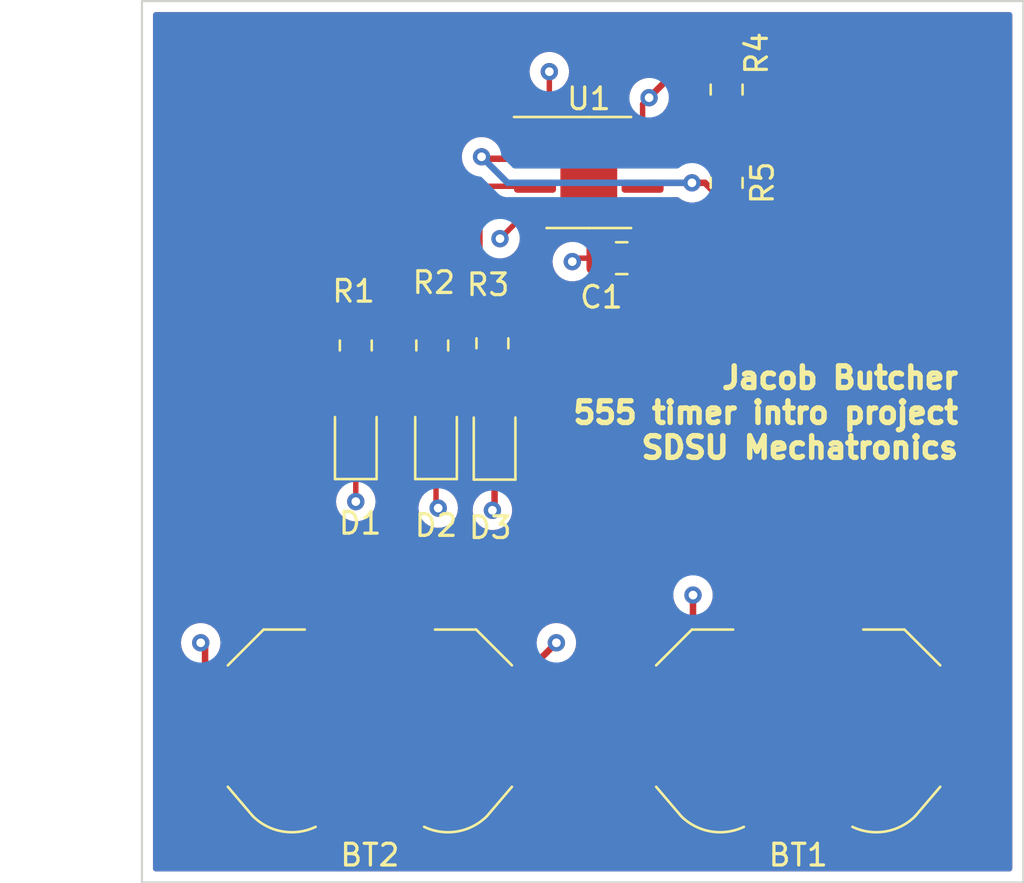
<source format=kicad_pcb>
(kicad_pcb (version 20211014) (generator pcbnew)
  (title_block (title "Intro project 555 timer") (date "2022-01-18") (rev "Rev A") (company "SDSU Mechatronics") (comment 1 "Jacob Butcher"))
  (layers (0 "F.Cu" signal) (1 "In1.Cu" power) (2 "In2.Cu" power) (31 "B.Cu" signal) (34 "B.Paste" user) (35 "F.Paste" user) (36 "B.SilkS" user "B.Silkscreen") (37 "F.SilkS" user "F.Silkscreen") (38 "B.Mask" user) (39 "F.Mask" user) (44 "Edge.Cuts" user))
  (net 0 "")
  (net 1 "Net-(C1-Pad1)")
  (net 2 "GND")
  (net 3 "Net-(D1-Pad2)")
  (net 4 "Net-(D2-Pad2)")
  (net 5 "Net-(D3-Pad2)")
  (net 6 "Net-(R1-Pad1)")
  (net 7 "Net-(BT1-Pad1)")
  (net 8 "Net-(R4-Pad2)")
  (net 9 "Net-(R5-Pad2)")
  (net 10 "VCC")
  (footprint "Resistor_SMD:R_0805_2012Metric_Pad1.20x1.40mm_HandSolder" (layer "F.Cu") (at 126.7 112.4 -90)
    (fp_text reference "R1" (at -2.5 0.1 180) (layer "F.SilkS"))
    (fp_text value "430 ohms")
    (fp_line (start -0.227064 0.735) (end 0.227064 0.735) (layer "F.SilkS") (width 0.12))
    (fp_line (start -0.227064 -0.735) (end 0.227064 -0.735) (layer "F.SilkS") (width 0.12))
    (pad "1" smd roundrect (at -1 0 270) (size 1.2 1.4) (layers "F.Cu" "F.Paste" "F.Mask") (roundrect_rratio 0.208333) (net 6 "Net-(R1-Pad1)"))
    (pad "2" smd roundrect (at 1 0 270) (size 1.2 1.4) (layers "F.Cu" "F.Paste" "F.Mask") (roundrect_rratio 0.208333) (net 3 "Net-(D1-Pad2)"))
  )
  (footprint "Resistor_SMD:R_0805_2012Metric_Pad1.20x1.40mm_HandSolder" (layer "F.Cu") (at 143.8 100.6 -90)
    (fp_text reference "R4" (at -1.67 -1.38 90) (layer "F.SilkS"))
    (fp_text value "R_Small")
    (fp_line (start -0.227064 0.735) (end 0.227064 0.735) (layer "F.SilkS") (width 0.12))
    (fp_line (start -0.227064 -0.735) (end 0.227064 -0.735) (layer "F.SilkS") (width 0.12))
    (pad "1" smd roundrect (at -1 0 270) (size 1.2 1.4) (layers "F.Cu" "F.Paste" "F.Mask") (roundrect_rratio 0.208333) (net 10 "VCC"))
    (pad "2" smd roundrect (at 1 0 270) (size 1.2 1.4) (layers "F.Cu" "F.Paste" "F.Mask") (roundrect_rratio 0.208333) (net 8 "Net-(R4-Pad2)"))
  )
  (footprint "Resistor_SMD:R_0805_2012Metric_Pad1.20x1.40mm_HandSolder" (layer "F.Cu") (at 133 112.3 -90)
    (fp_text reference "R3" (at -2.7 0.2 180) (layer "F.SilkS"))
    (fp_text value "215 Ohms")
    (fp_line (start -0.227064 0.735) (end 0.227064 0.735) (layer "F.SilkS") (width 0.12))
    (fp_line (start -0.227064 -0.735) (end 0.227064 -0.735) (layer "F.SilkS") (width 0.12))
    (pad "1" smd roundrect (at -1 0 270) (size 1.2 1.4) (layers "F.Cu" "F.Paste" "F.Mask") (roundrect_rratio 0.208333) (net 6 "Net-(R1-Pad1)"))
    (pad "2" smd roundrect (at 1 0 270) (size 1.2 1.4) (layers "F.Cu" "F.Paste" "F.Mask") (roundrect_rratio 0.208333) (net 5 "Net-(D3-Pad2)"))
  )
  (footprint "Resistor_SMD:R_0805_2012Metric_Pad1.20x1.40mm_HandSolder" (layer "F.Cu") (at 143.8 104.9 -90)
    (fp_text reference locked "R5" (at 0 -1.65 90) (layer "F.SilkS"))
    (fp_text value "R_Small")
    (fp_line (start -0.227064 -0.735) (end 0.227064 -0.735) (layer "F.SilkS") (width 0.12))
    (fp_line (start -0.227064 0.735) (end 0.227064 0.735) (layer "F.SilkS") (width 0.12))
    (pad "1" smd roundrect (at -1 0 270) (size 1.2 1.4) (layers "F.Cu" "F.Paste" "F.Mask") (roundrect_rratio 0.208333) (net 8 "Net-(R4-Pad2)"))
    (pad "2" smd roundrect (at 1 0 270) (size 1.2 1.4) (layers "F.Cu" "F.Paste" "F.Mask") (roundrect_rratio 0.208333) (net 9 "Net-(R5-Pad2)"))
  )
  (footprint "LED_SMD:LED_0805_2012Metric_Pad1.15x1.40mm_HandSolder" (layer "F.Cu") (at 133.1 116.725 90)
    (fp_text reference "D3" (at -4.075 -0.2) (layer "F.SilkS"))
    (fp_text value "LED")
    (fp_line (start -1.86 -0.96) (end -1.86 0.96) (layer "F.SilkS") (width 0.12))
    (fp_line (start -1.86 0.96) (end 1 0.96) (layer "F.SilkS") (width 0.12))
    (fp_line (start 1 -0.96) (end -1.86 -0.96) (layer "F.SilkS") (width 0.12))
    (pad "1" smd roundrect (at -1.025 0 90) (size 1.15 1.4) (layers "F.Cu" "F.Paste" "F.Mask") (roundrect_rratio 0.217391) (net 2 "GND"))
    (pad "2" smd roundrect (at 1.025 0 90) (size 1.15 1.4) (layers "F.Cu" "F.Paste" "F.Mask") (roundrect_rratio 0.217391) (net 5 "Net-(D3-Pad2)"))
  )
  (footprint "Capacitor_SMD:C_0805_2012Metric_Pad1.18x1.45mm_HandSolder" (layer "F.Cu") (at 138.9625 108.375 180)
    (fp_text reference "C1" (at 0.9375 -1.8) (layer "F.SilkS"))
    (fp_text value "C_Small")
    (fp_line (start -0.261252 0.735) (end 0.261252 0.735) (layer "F.SilkS") (width 0.12))
    (fp_line (start -0.261252 -0.735) (end 0.261252 -0.735) (layer "F.SilkS") (width 0.12))
    (pad "1" smd roundrect (at -1.0375 0 180) (size 1.175 1.45) (layers "F.Cu" "F.Paste" "F.Mask") (roundrect_rratio 0.212766) (net 1 "Net-(C1-Pad1)"))
    (pad "2" smd roundrect (at 1.0375 0 180) (size 1.175 1.45) (layers "F.Cu" "F.Paste" "F.Mask") (roundrect_rratio 0.212766) (net 2 "GND"))
  )
  (footprint "Resistor_SMD:R_0805_2012Metric_Pad1.20x1.40mm_HandSolder" (layer "F.Cu") (at 130.226246 112.4 -90)
    (fp_text reference "R2" (at -2.9 -0.073754 180) (layer "F.SilkS"))
    (fp_text value "290 Ohm")
    (fp_line (start -0.227064 -0.735) (end 0.227064 -0.735) (layer "F.SilkS") (width 0.12))
    (fp_line (start -0.227064 0.735) (end 0.227064 0.735) (layer "F.SilkS") (width 0.12))
    (pad "1" smd roundrect (at -1 0 270) (size 1.2 1.4) (layers "F.Cu" "F.Paste" "F.Mask") (roundrect_rratio 0.208333) (net 6 "Net-(R1-Pad1)"))
    (pad "2" smd roundrect (at 1 0 270) (size 1.2 1.4) (layers "F.Cu" "F.Paste" "F.Mask") (roundrect_rratio 0.208333) (net 4 "Net-(D2-Pad2)"))
  )
  (footprint "Package_SO:SOIC-8-1EP_3.9x4.9mm_P1.27mm_EP2.62x3.51mm" (layer "F.Cu") (at 137.445 104.425)
    (fp_text reference "U1" (at 0 -3.4) (layer "F.SilkS"))
    (fp_text value "LMC555xM")
    (fp_line (start 0 -2.56) (end -3.45 -2.56) (layer "F.SilkS") (width 0.12))
    (fp_line (start 0 -2.56) (end 1.95 -2.56) (layer "F.SilkS") (width 0.12))
    (fp_line (start 0 2.56) (end -1.95 2.56) (layer "F.SilkS") (width 0.12))
    (fp_line (start 0 2.56) (end 1.95 2.56) (layer "F.SilkS") (width 0.12))
    (pad "1" smd roundrect (at -2.48 -1.905) (size 1.94 0.6) (layers "F.Cu" "F.Paste" "F.Mask") (net 2 "GND"))
    (pad "2" smd roundrect (at -2.48 -0.635) (size 1.94 0.6) (layers "F.Cu" "F.Paste" "F.Mask") (net 9 "Net-(R5-Pad2)"))
    (pad "3" smd roundrect (at -2.48 0.635) (size 1.94 0.6) (layers "F.Cu" "F.Paste" "F.Mask") (net 6 "Net-(R1-Pad1)"))
    (pad "4" smd roundrect (at -2.48 1.905) (size 1.94 0.6) (layers "F.Cu" "F.Paste" "F.Mask") (net 10 "VCC"))
    (pad "5" smd roundrect (at 2.48 1.905) (size 1.94 0.6) (layers "F.Cu" "F.Paste" "F.Mask") (net 1 "Net-(C1-Pad1)"))
    (pad "6" smd roundrect (at 2.48 0.635) (size 1.94 0.6) (layers "F.Cu" "F.Paste" "F.Mask") (net 9 "Net-(R5-Pad2)"))
    (pad "7" smd roundrect (at 2.48 -0.635) (size 1.94 0.6) (layers "F.Cu" "F.Paste" "F.Mask") (net 8 "Net-(R4-Pad2)"))
    (pad "8" smd roundrect (at 2.48 -1.905) (size 1.94 0.6) (layers "F.Cu" "F.Paste" "F.Mask") (net 10 "VCC"))
    (pad "9" smd rect (at 0 0) (size 2.62 3.51) (layers "F.Cu" "F.Mask"))
  )
  (footprint "LED_SMD:LED_0805_2012Metric_Pad1.15x1.40mm_HandSolder" (layer "F.Cu") (at 130.4 116.7 90)
    (fp_text reference "D2" (at -4 0) (layer "F.SilkS"))
    (fp_text value "LED")
    (fp_line (start -1.86 -0.96) (end -1.86 0.96) (layer "F.SilkS") (width 0.12))
    (fp_line (start -1.86 0.96) (end 1 0.96) (layer "F.SilkS") (width 0.12))
    (fp_line (start 1 -0.96) (end -1.86 -0.96) (layer "F.SilkS") (width 0.12))
    (pad "1" smd roundrect (at -1.025 0 90) (size 1.15 1.4) (layers "F.Cu" "F.Paste" "F.Mask") (roundrect_rratio 0.217391) (net 2 "GND"))
    (pad "2" smd roundrect (at 1.025 0 90) (size 1.15 1.4) (layers "F.Cu" "F.Paste" "F.Mask") (roundrect_rratio 0.217391) (net 4 "Net-(D2-Pad2)"))
  )
  (footprint "Battery:BatteryHolder_LINX_BAT-HLD-012-SMT" (layer "F.Cu") (at 147.1 129.9)
    (fp_text reference "BT1" (at 0 6) (layer "F.SilkS"))
    (fp_text value "Battery_Cell")
    (fp_line (start -6.55 -2.75) (end -4.9 -4.4) (layer "F.SilkS") (width 0.12))
    (fp_line (start -6.55 2.85) (end -5.4 4.2) (layer "F.SilkS") (width 0.12))
    (fp_line (start 6.55 2.85) (end 5.4 4.2) (layer "F.SilkS") (width 0.12))
    (fp_line (start 4.9 -4.4) (end 3 -4.4) (layer "F.SilkS") (width 0.12))
    (fp_line (start 4.9 -4.4) (end 6.55 -2.75) (layer "F.SilkS") (width 0.12))
    (fp_line (start -4.9 -4.4) (end -3 -4.4) (layer "F.SilkS") (width 0.12))
    (fp_arc (start -2.504098 4.697607) (mid -4.031094 4.908816) (end -5.4 4.2) (layer "F.SilkS") (width 0.12))
    (fp_arc (start 5.4 4.2) (mid 4.029781 4.909041) (end 2.501694 4.696459) (layer "F.SilkS") (width 0.12))
    (pad "1" smd rect (at -7.6 0) (size 2.5 5.1) (layers "F.Cu" "F.Paste" "F.Mask") (net 7 "Net-(BT1-Pad1)"))
    (pad "1" smd rect (at 7.6 0) (size 2.5 5.1) (layers "F.Cu" "F.Paste" "F.Mask") (net 7 "Net-(BT1-Pad1)"))
    (pad "2" smd circle (at 0 0) (size 10.2 10.2) (layers "F.Cu" "F.Mask") (net 2 "GND"))
  )
  (footprint "Battery:BatteryHolder_LINX_BAT-HLD-012-SMT" (layer "F.Cu") (at 127.35 129.9)
    (fp_text reference "BT2" (at 0 6) (layer "F.SilkS"))
    (fp_text value "Battery_Cell")
    (fp_line (start 4.9 -4.4) (end 6.55 -2.75) (layer "F.SilkS") (width 0.12))
    (fp_line (start -6.55 -2.75) (end -4.9 -4.4) (layer "F.SilkS") (width 0.12))
    (fp_line (start 4.9 -4.4) (end 3 -4.4) (layer "F.SilkS") (width 0.12))
    (fp_line (start -6.55 2.85) (end -5.4 4.2) (layer "F.SilkS") (width 0.12))
    (fp_line (start -4.9 -4.4) (end -3 -4.4) (layer "F.SilkS") (width 0.12))
    (fp_line (start 6.55 2.85) (end 5.4 4.2) (layer "F.SilkS") (width 0.12))
    (fp_arc (start 5.4 4.2) (mid 4.029781 4.909041) (end 2.501694 4.696459) (layer "F.SilkS") (width 0.12))
    (fp_arc (start -2.504098 4.697607) (mid -4.031094 4.908816) (end -5.4 4.2) (layer "F.SilkS") (width 0.12))
    (pad "1" smd rect (at 7.6 0) (size 2.5 5.1) (layers "F.Cu" "F.Paste" "F.Mask") (net 10 "VCC"))
    (pad "1" smd rect (at -7.6 0) (size 2.5 5.1) (layers "F.Cu" "F.Paste" "F.Mask") (net 10 "VCC"))
    (pad "2" smd circle (at 0 0) (size 10.2 10.2) (layers "F.Cu" "F.Mask") (net 7 "Net-(BT1-Pad1)"))
  )
  (footprint "LED_SMD:LED_0805_2012Metric_Pad1.15x1.40mm_HandSolder" (layer "F.Cu") (at 126.7 116.7 90)
    (fp_text reference "D1" (at -3.9 0.2 180) (layer "F.SilkS"))
    (fp_text value "LED")
    (fp_line (start -1.86 -0.96) (end -1.86 0.96) (layer "F.SilkS") (width 0.12))
    (fp_line (start 1 -0.96) (end -1.86 -0.96) (layer "F.SilkS") (width 0.12))
    (fp_line (start -1.86 0.96) (end 1 0.96) (layer "F.SilkS") (width 0.12))
    (pad "1" smd roundrect (at -1.025 0 90) (size 1.15 1.4) (layers "F.Cu" "F.Paste" "F.Mask") (roundrect_rratio 0.217391) (net 2 "GND"))
    (pad "2" smd roundrect (at 1.025 0 90) (size 1.15 1.4) (layers "F.Cu" "F.Paste" "F.Mask") (roundrect_rratio 0.217391) (net 3 "Net-(D1-Pad2)"))
  )
  (gr_rect (start 157.48 137.16) (end 116.84 96.52) (layer "Edge.Cuts") (width 0.1) (fill none))
  (gr_text "Jacob Butcher\n555 timer intro project\nSDSU Mechatronics" (at 154.6 115.5) (layer "F.SilkS") (effects (font (size 1 1) (thickness 0.25)) (justify right)))
  (segment (start 139.925 108.3) (end 140 108.375) (width 0.25) (layer "F.Cu") (net 1))
  (segment (start 139.925 106.33) (end 139.925 108.3) (width 0.25) (layer "F.Cu") (net 1))
  (segment (start 133.1 117.75) (end 133.1 119.9) (width 0.3) (layer "F.Cu") (net 2))
  (segment (start 142.25 125.05) (end 142.25 123.91) (width 0.3) (layer "F.Cu") (net 2))
  (segment (start 134.965 102.52) (end 135.625 101.86) (width 0.25) (layer "F.Cu") (net 2))
  (segment (start 135.625 101.86) (end 135.625 99.775) (width 0.25) (layer "F.Cu") (net 2))
  (segment (start 147.1 129.9) (end 142.25 125.05) (width 0.3) (layer "F.Cu") (net 2))
  (segment (start 137.925 108.375) (end 136.842105 108.375) (width 0.25) (layer "F.Cu") (net 2))
  (segment (start 136.842105 108.375) (end 136.683553 108.533552) (width 0.25) (layer "F.Cu") (net 2))
  (segment (start 130.4 117.725) (end 130.4 119.8) (width 0.25) (layer "F.Cu") (net 2))
  (segment (start 133.1 119.9) (end 133 120) (width 0.3) (layer "F.Cu") (net 2))
  (segment (start 126.7 117.725) (end 126.7 119.6) (width 0.25) (layer "F.Cu") (net 2))
  (segment (start 130.4 119.8) (end 130.5 119.9) (width 0.25) (layer "F.Cu") (net 2))
  (via (at 136.683553 108.533552) (size 0.8) (drill 0.4) (layers "F.Cu" "B.Cu") (net 2))
  (via (at 126.7 119.6) (size 0.8) (drill 0.4) (layers "F.Cu" "B.Cu") (net 2))
  (via (at 130.5 119.9) (size 0.8) (drill 0.4) (layers "F.Cu" "B.Cu") (net 2))
  (via (at 135.625 99.775) (size 0.8) (drill 0.4) (layers "F.Cu" "B.Cu") (net 2))
  (via (at 142.25 123.91) (size 0.8) (drill 0.4) (layers "F.Cu" "B.Cu") (net 2))
  (via (at 133 120) (size 0.8) (drill 0.4) (layers "F.Cu" "B.Cu") (net 2))
  (segment (start 126.7 113.4) (end 126.7 115.675) (width 0.25) (layer "F.Cu") (net 3))
  (segment (start 130.226246 113.4) (end 130.226246 115.501246) (width 0.25) (layer "F.Cu") (net 4))
  (segment (start 130.226246 115.501246) (end 130.4 115.675) (width 0.25) (layer "F.Cu") (net 4))
  (segment (start 133 115.6) (end 133.1 115.7) (width 0.3) (layer "F.Cu") (net 5))
  (segment (start 133 113.3) (end 133 115.6) (width 0.3) (layer "F.Cu") (net 5))
  (segment (start 130.24 105.06) (end 134.965 105.06) (width 0.25) (layer "F.Cu") (net 6))
  (segment (start 130.24 111.386246) (end 130.24 105.06) (width 0.25) (layer "F.Cu") (net 6))
  (segment (start 132.4 110.7) (end 132.4 105.2) (width 0.3) (layer "F.Cu") (net 6))
  (segment (start 133 111.3) (end 132.4 110.7) (width 0.3) (layer "F.Cu") (net 6))
  (segment (start 130.226246 111.4) (end 130.24 111.386246) (width 0.25) (layer "F.Cu") (net 6))
  (segment (start 130.24 105.06) (end 129.24 105.06) (width 0.25) (layer "F.Cu") (net 6))
  (segment (start 126.7 107.6) (end 126.7 111.4) (width 0.25) (layer "F.Cu") (net 6))
  (segment (start 129.24 105.06) (end 126.7 107.6) (width 0.25) (layer "F.Cu") (net 6))
  (segment (start 139.5 126.36) (end 135.75 122.61) (width 0.25) (layer "F.Cu") (net 7))
  (segment (start 139.5 129.9) (end 139.5 126.36) (width 0.25) (layer "F.Cu") (net 7))
  (segment (start 134.74 122.51) (end 152.05 122.51) (width 0.25) (layer "F.Cu") (net 7))
  (segment (start 154.7 125.16) (end 154.7 129.9) (width 0.25) (layer "F.Cu") (net 7))
  (segment (start 152.05 122.51) (end 154.7 125.16) (width 0.25) (layer "F.Cu") (net 7))
  (segment (start 127.35 129.9) (end 134.74 122.51) (width 0.25) (layer "F.Cu") (net 7))
  (segment (start 139.925 103.79) (end 143.69 103.79) (width 0.3) (layer "F.Cu") (net 8))
  (segment (start 143.8 101.6) (end 143.8 103.9) (width 0.3) (layer "F.Cu") (net 8))
  (segment (start 143.69 103.79) (end 143.8 103.9) (width 0.3) (layer "F.Cu") (net 8))
  (segment (start 142.2 104.9) (end 142.8 104.9) (width 0.3) (layer "F.Cu") (net 9))
  (segment (start 142.8 104.9) (end 143.8 105.9) (width 0.3) (layer "F.Cu") (net 9))
  (segment (start 134.965 103.79) (end 132.59 103.79) (width 0.3) (layer "F.Cu") (net 9))
  (segment (start 132.59 103.79) (end 132.5 103.7) (width 0.3) (layer "F.Cu") (net 9))
  (segment (start 140.085 104.9) (end 139.925 105.06) (width 0.3) (layer "F.Cu") (net 9))
  (segment (start 142.2 104.9) (end 140.085 104.9) (width 0.3) (layer "F.Cu") (net 9))
  (via (at 142.2 104.9) (size 0.8) (drill 0.4) (layers "F.Cu" "B.Cu") (net 9))
  (via (at 132.5 103.7) (size 0.8) (drill 0.4) (layers "F.Cu" "B.Cu") (net 9))
  (segment (start 132.5 103.7) (end 133.7 104.9) (width 0.3) (layer "B.Cu") (net 9))
  (segment (start 133.7 104.9) (end 142.2 104.9) (width 0.3) (layer "B.Cu") (net 9))
  (segment (start 141.6 99.6) (end 140.225 100.975) (width 0.3) (layer "F.Cu") (net 10))
  (segment (start 119.75 129.9) (end 119.75 126.31) (width 0.3) (layer "F.Cu") (net 10))
  (segment (start 134.95 129.9) (end 134.95 127.11) (width 0.3) (layer "F.Cu") (net 10))
  (segment (start 143.8 99.6) (end 141.6 99.6) (width 0.3) (layer "F.Cu") (net 10))
  (segment (start 119.75 126.31) (end 119.55 126.11) (width 0.3) (layer "F.Cu") (net 10))
  (segment (start 134.4945 106.33) (end 133.3495 107.475) (width 0.25) (layer "F.Cu") (net 10))
  (segment (start 134.95 127.11) (end 135.95 126.11) (width 0.3) (layer "F.Cu") (net 10))
  (segment (start 139.925 101.275) (end 140.225 100.975) (width 0.25) (layer "F.Cu") (net 10))
  (segment (start 139.925 102.52) (end 139.925 101.275) (width 0.25) (layer "F.Cu") (net 10))
  (segment (start 134.965 106.33) (end 134.4945 106.33) (width 0.25) (layer "F.Cu") (net 10))
  (via (at 140.225 100.975) (size 0.8) (drill 0.4) (layers "F.Cu" "B.Cu") (net 10))
  (via (at 119.55 126.11) (size 0.8) (drill 0.4) (layers "F.Cu" "B.Cu") (net 10))
  (via (at 135.95 126.11) (size 0.8) (drill 0.4) (layers "F.Cu" "B.Cu") (net 10))
  (via (at 133.3495 107.475) (size 0.8) (drill 0.4) (layers "F.Cu" "B.Cu") (net 10))
  (zone (net 0) (net_name "") (layer "F.Cu") (connect_pads (clearance 0.508)) (min_thickness 0.254) (fill yes (thermal_gap 0.508) (thermal_bridge_width 0.508))
    (polygon (pts (xy 157.48 137.16) (xy 116.84 137.16) (xy 116.84 96.52) (xy 157.48 96.52)))
  )
  (zone (net 0) (net_name "") (layer "B.Cu") (connect_pads (clearance 0.508)) (min_thickness 0.254) (fill yes (thermal_gap 0.508) (thermal_bridge_width 0.508))
    (polygon (pts (xy 157.48 137.16) (xy 116.84 137.16) (xy 116.84 96.52) (xy 157.48 96.52)))
  )
)
</source>
